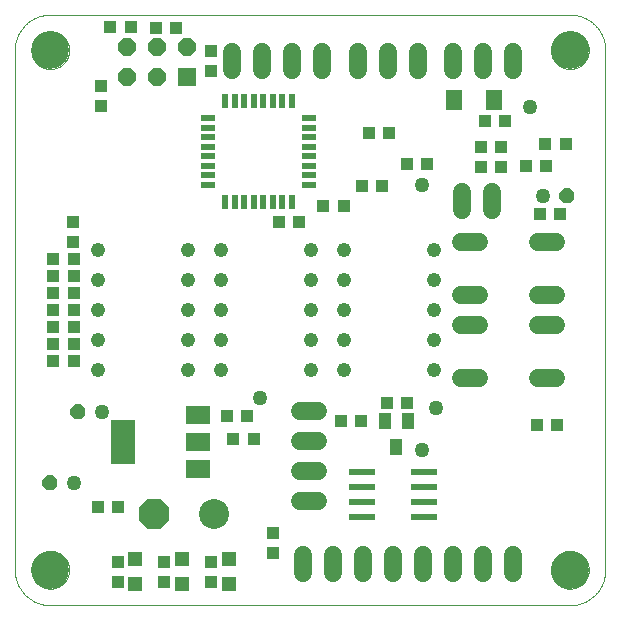
<source format=gts>
G75*
%MOIN*%
%OFA0B0*%
%FSLAX25Y25*%
%IPPOS*%
%LPD*%
%AMOC8*
5,1,8,0,0,1.08239X$1,22.5*
%
%ADD10C,0.00000*%
%ADD11C,0.12598*%
%ADD12R,0.04331X0.03937*%
%ADD13C,0.04800*%
%ADD14R,0.03937X0.04331*%
%ADD15R,0.02200X0.05000*%
%ADD16R,0.05000X0.02200*%
%ADD17R,0.07900X0.05900*%
%ADD18R,0.07900X0.15000*%
%ADD19C,0.06000*%
%ADD20R,0.06000X0.06000*%
%ADD21OC8,0.06000*%
%ADD22OC8,0.05000*%
%ADD23C,0.05000*%
%ADD24R,0.04724X0.04724*%
%ADD25C,0.10000*%
%ADD26OC8,0.10000*%
%ADD27R,0.03937X0.05512*%
%ADD28R,0.08661X0.02362*%
%ADD29R,0.05512X0.07087*%
D10*
X0012796Y0013611D02*
X0012796Y0186839D01*
X0018308Y0186839D02*
X0018310Y0186997D01*
X0018316Y0187155D01*
X0018326Y0187313D01*
X0018340Y0187471D01*
X0018358Y0187628D01*
X0018379Y0187785D01*
X0018405Y0187941D01*
X0018435Y0188097D01*
X0018468Y0188252D01*
X0018506Y0188405D01*
X0018547Y0188558D01*
X0018592Y0188710D01*
X0018641Y0188861D01*
X0018694Y0189010D01*
X0018750Y0189158D01*
X0018810Y0189304D01*
X0018874Y0189449D01*
X0018942Y0189592D01*
X0019013Y0189734D01*
X0019087Y0189874D01*
X0019165Y0190011D01*
X0019247Y0190147D01*
X0019331Y0190281D01*
X0019420Y0190412D01*
X0019511Y0190541D01*
X0019606Y0190668D01*
X0019703Y0190793D01*
X0019804Y0190915D01*
X0019908Y0191034D01*
X0020015Y0191151D01*
X0020125Y0191265D01*
X0020238Y0191376D01*
X0020353Y0191485D01*
X0020471Y0191590D01*
X0020592Y0191692D01*
X0020715Y0191792D01*
X0020841Y0191888D01*
X0020969Y0191981D01*
X0021099Y0192071D01*
X0021232Y0192157D01*
X0021367Y0192241D01*
X0021503Y0192320D01*
X0021642Y0192397D01*
X0021783Y0192469D01*
X0021925Y0192539D01*
X0022069Y0192604D01*
X0022215Y0192666D01*
X0022362Y0192724D01*
X0022511Y0192779D01*
X0022661Y0192830D01*
X0022812Y0192877D01*
X0022964Y0192920D01*
X0023117Y0192959D01*
X0023272Y0192995D01*
X0023427Y0193026D01*
X0023583Y0193054D01*
X0023739Y0193078D01*
X0023896Y0193098D01*
X0024054Y0193114D01*
X0024211Y0193126D01*
X0024370Y0193134D01*
X0024528Y0193138D01*
X0024686Y0193138D01*
X0024844Y0193134D01*
X0025003Y0193126D01*
X0025160Y0193114D01*
X0025318Y0193098D01*
X0025475Y0193078D01*
X0025631Y0193054D01*
X0025787Y0193026D01*
X0025942Y0192995D01*
X0026097Y0192959D01*
X0026250Y0192920D01*
X0026402Y0192877D01*
X0026553Y0192830D01*
X0026703Y0192779D01*
X0026852Y0192724D01*
X0026999Y0192666D01*
X0027145Y0192604D01*
X0027289Y0192539D01*
X0027431Y0192469D01*
X0027572Y0192397D01*
X0027711Y0192320D01*
X0027847Y0192241D01*
X0027982Y0192157D01*
X0028115Y0192071D01*
X0028245Y0191981D01*
X0028373Y0191888D01*
X0028499Y0191792D01*
X0028622Y0191692D01*
X0028743Y0191590D01*
X0028861Y0191485D01*
X0028976Y0191376D01*
X0029089Y0191265D01*
X0029199Y0191151D01*
X0029306Y0191034D01*
X0029410Y0190915D01*
X0029511Y0190793D01*
X0029608Y0190668D01*
X0029703Y0190541D01*
X0029794Y0190412D01*
X0029883Y0190281D01*
X0029967Y0190147D01*
X0030049Y0190011D01*
X0030127Y0189874D01*
X0030201Y0189734D01*
X0030272Y0189592D01*
X0030340Y0189449D01*
X0030404Y0189304D01*
X0030464Y0189158D01*
X0030520Y0189010D01*
X0030573Y0188861D01*
X0030622Y0188710D01*
X0030667Y0188558D01*
X0030708Y0188405D01*
X0030746Y0188252D01*
X0030779Y0188097D01*
X0030809Y0187941D01*
X0030835Y0187785D01*
X0030856Y0187628D01*
X0030874Y0187471D01*
X0030888Y0187313D01*
X0030898Y0187155D01*
X0030904Y0186997D01*
X0030906Y0186839D01*
X0030904Y0186681D01*
X0030898Y0186523D01*
X0030888Y0186365D01*
X0030874Y0186207D01*
X0030856Y0186050D01*
X0030835Y0185893D01*
X0030809Y0185737D01*
X0030779Y0185581D01*
X0030746Y0185426D01*
X0030708Y0185273D01*
X0030667Y0185120D01*
X0030622Y0184968D01*
X0030573Y0184817D01*
X0030520Y0184668D01*
X0030464Y0184520D01*
X0030404Y0184374D01*
X0030340Y0184229D01*
X0030272Y0184086D01*
X0030201Y0183944D01*
X0030127Y0183804D01*
X0030049Y0183667D01*
X0029967Y0183531D01*
X0029883Y0183397D01*
X0029794Y0183266D01*
X0029703Y0183137D01*
X0029608Y0183010D01*
X0029511Y0182885D01*
X0029410Y0182763D01*
X0029306Y0182644D01*
X0029199Y0182527D01*
X0029089Y0182413D01*
X0028976Y0182302D01*
X0028861Y0182193D01*
X0028743Y0182088D01*
X0028622Y0181986D01*
X0028499Y0181886D01*
X0028373Y0181790D01*
X0028245Y0181697D01*
X0028115Y0181607D01*
X0027982Y0181521D01*
X0027847Y0181437D01*
X0027711Y0181358D01*
X0027572Y0181281D01*
X0027431Y0181209D01*
X0027289Y0181139D01*
X0027145Y0181074D01*
X0026999Y0181012D01*
X0026852Y0180954D01*
X0026703Y0180899D01*
X0026553Y0180848D01*
X0026402Y0180801D01*
X0026250Y0180758D01*
X0026097Y0180719D01*
X0025942Y0180683D01*
X0025787Y0180652D01*
X0025631Y0180624D01*
X0025475Y0180600D01*
X0025318Y0180580D01*
X0025160Y0180564D01*
X0025003Y0180552D01*
X0024844Y0180544D01*
X0024686Y0180540D01*
X0024528Y0180540D01*
X0024370Y0180544D01*
X0024211Y0180552D01*
X0024054Y0180564D01*
X0023896Y0180580D01*
X0023739Y0180600D01*
X0023583Y0180624D01*
X0023427Y0180652D01*
X0023272Y0180683D01*
X0023117Y0180719D01*
X0022964Y0180758D01*
X0022812Y0180801D01*
X0022661Y0180848D01*
X0022511Y0180899D01*
X0022362Y0180954D01*
X0022215Y0181012D01*
X0022069Y0181074D01*
X0021925Y0181139D01*
X0021783Y0181209D01*
X0021642Y0181281D01*
X0021503Y0181358D01*
X0021367Y0181437D01*
X0021232Y0181521D01*
X0021099Y0181607D01*
X0020969Y0181697D01*
X0020841Y0181790D01*
X0020715Y0181886D01*
X0020592Y0181986D01*
X0020471Y0182088D01*
X0020353Y0182193D01*
X0020238Y0182302D01*
X0020125Y0182413D01*
X0020015Y0182527D01*
X0019908Y0182644D01*
X0019804Y0182763D01*
X0019703Y0182885D01*
X0019606Y0183010D01*
X0019511Y0183137D01*
X0019420Y0183266D01*
X0019331Y0183397D01*
X0019247Y0183531D01*
X0019165Y0183667D01*
X0019087Y0183804D01*
X0019013Y0183944D01*
X0018942Y0184086D01*
X0018874Y0184229D01*
X0018810Y0184374D01*
X0018750Y0184520D01*
X0018694Y0184668D01*
X0018641Y0184817D01*
X0018592Y0184968D01*
X0018547Y0185120D01*
X0018506Y0185273D01*
X0018468Y0185426D01*
X0018435Y0185581D01*
X0018405Y0185737D01*
X0018379Y0185893D01*
X0018358Y0186050D01*
X0018340Y0186207D01*
X0018326Y0186365D01*
X0018316Y0186523D01*
X0018310Y0186681D01*
X0018308Y0186839D01*
X0012796Y0186839D02*
X0012799Y0187124D01*
X0012810Y0187410D01*
X0012827Y0187695D01*
X0012851Y0187979D01*
X0012882Y0188263D01*
X0012920Y0188546D01*
X0012965Y0188827D01*
X0013016Y0189108D01*
X0013074Y0189388D01*
X0013139Y0189666D01*
X0013211Y0189942D01*
X0013289Y0190216D01*
X0013374Y0190489D01*
X0013466Y0190759D01*
X0013564Y0191027D01*
X0013668Y0191293D01*
X0013779Y0191556D01*
X0013896Y0191816D01*
X0014019Y0192074D01*
X0014149Y0192328D01*
X0014285Y0192579D01*
X0014426Y0192827D01*
X0014574Y0193071D01*
X0014727Y0193312D01*
X0014887Y0193548D01*
X0015052Y0193781D01*
X0015222Y0194010D01*
X0015398Y0194235D01*
X0015580Y0194455D01*
X0015766Y0194671D01*
X0015958Y0194882D01*
X0016155Y0195089D01*
X0016357Y0195291D01*
X0016564Y0195488D01*
X0016775Y0195680D01*
X0016991Y0195866D01*
X0017211Y0196048D01*
X0017436Y0196224D01*
X0017665Y0196394D01*
X0017898Y0196559D01*
X0018134Y0196719D01*
X0018375Y0196872D01*
X0018619Y0197020D01*
X0018867Y0197161D01*
X0019118Y0197297D01*
X0019372Y0197427D01*
X0019630Y0197550D01*
X0019890Y0197667D01*
X0020153Y0197778D01*
X0020419Y0197882D01*
X0020687Y0197980D01*
X0020957Y0198072D01*
X0021230Y0198157D01*
X0021504Y0198235D01*
X0021780Y0198307D01*
X0022058Y0198372D01*
X0022338Y0198430D01*
X0022619Y0198481D01*
X0022900Y0198526D01*
X0023183Y0198564D01*
X0023467Y0198595D01*
X0023751Y0198619D01*
X0024036Y0198636D01*
X0024322Y0198647D01*
X0024607Y0198650D01*
X0197835Y0198650D01*
X0191536Y0186839D02*
X0191538Y0186997D01*
X0191544Y0187155D01*
X0191554Y0187313D01*
X0191568Y0187471D01*
X0191586Y0187628D01*
X0191607Y0187785D01*
X0191633Y0187941D01*
X0191663Y0188097D01*
X0191696Y0188252D01*
X0191734Y0188405D01*
X0191775Y0188558D01*
X0191820Y0188710D01*
X0191869Y0188861D01*
X0191922Y0189010D01*
X0191978Y0189158D01*
X0192038Y0189304D01*
X0192102Y0189449D01*
X0192170Y0189592D01*
X0192241Y0189734D01*
X0192315Y0189874D01*
X0192393Y0190011D01*
X0192475Y0190147D01*
X0192559Y0190281D01*
X0192648Y0190412D01*
X0192739Y0190541D01*
X0192834Y0190668D01*
X0192931Y0190793D01*
X0193032Y0190915D01*
X0193136Y0191034D01*
X0193243Y0191151D01*
X0193353Y0191265D01*
X0193466Y0191376D01*
X0193581Y0191485D01*
X0193699Y0191590D01*
X0193820Y0191692D01*
X0193943Y0191792D01*
X0194069Y0191888D01*
X0194197Y0191981D01*
X0194327Y0192071D01*
X0194460Y0192157D01*
X0194595Y0192241D01*
X0194731Y0192320D01*
X0194870Y0192397D01*
X0195011Y0192469D01*
X0195153Y0192539D01*
X0195297Y0192604D01*
X0195443Y0192666D01*
X0195590Y0192724D01*
X0195739Y0192779D01*
X0195889Y0192830D01*
X0196040Y0192877D01*
X0196192Y0192920D01*
X0196345Y0192959D01*
X0196500Y0192995D01*
X0196655Y0193026D01*
X0196811Y0193054D01*
X0196967Y0193078D01*
X0197124Y0193098D01*
X0197282Y0193114D01*
X0197439Y0193126D01*
X0197598Y0193134D01*
X0197756Y0193138D01*
X0197914Y0193138D01*
X0198072Y0193134D01*
X0198231Y0193126D01*
X0198388Y0193114D01*
X0198546Y0193098D01*
X0198703Y0193078D01*
X0198859Y0193054D01*
X0199015Y0193026D01*
X0199170Y0192995D01*
X0199325Y0192959D01*
X0199478Y0192920D01*
X0199630Y0192877D01*
X0199781Y0192830D01*
X0199931Y0192779D01*
X0200080Y0192724D01*
X0200227Y0192666D01*
X0200373Y0192604D01*
X0200517Y0192539D01*
X0200659Y0192469D01*
X0200800Y0192397D01*
X0200939Y0192320D01*
X0201075Y0192241D01*
X0201210Y0192157D01*
X0201343Y0192071D01*
X0201473Y0191981D01*
X0201601Y0191888D01*
X0201727Y0191792D01*
X0201850Y0191692D01*
X0201971Y0191590D01*
X0202089Y0191485D01*
X0202204Y0191376D01*
X0202317Y0191265D01*
X0202427Y0191151D01*
X0202534Y0191034D01*
X0202638Y0190915D01*
X0202739Y0190793D01*
X0202836Y0190668D01*
X0202931Y0190541D01*
X0203022Y0190412D01*
X0203111Y0190281D01*
X0203195Y0190147D01*
X0203277Y0190011D01*
X0203355Y0189874D01*
X0203429Y0189734D01*
X0203500Y0189592D01*
X0203568Y0189449D01*
X0203632Y0189304D01*
X0203692Y0189158D01*
X0203748Y0189010D01*
X0203801Y0188861D01*
X0203850Y0188710D01*
X0203895Y0188558D01*
X0203936Y0188405D01*
X0203974Y0188252D01*
X0204007Y0188097D01*
X0204037Y0187941D01*
X0204063Y0187785D01*
X0204084Y0187628D01*
X0204102Y0187471D01*
X0204116Y0187313D01*
X0204126Y0187155D01*
X0204132Y0186997D01*
X0204134Y0186839D01*
X0204132Y0186681D01*
X0204126Y0186523D01*
X0204116Y0186365D01*
X0204102Y0186207D01*
X0204084Y0186050D01*
X0204063Y0185893D01*
X0204037Y0185737D01*
X0204007Y0185581D01*
X0203974Y0185426D01*
X0203936Y0185273D01*
X0203895Y0185120D01*
X0203850Y0184968D01*
X0203801Y0184817D01*
X0203748Y0184668D01*
X0203692Y0184520D01*
X0203632Y0184374D01*
X0203568Y0184229D01*
X0203500Y0184086D01*
X0203429Y0183944D01*
X0203355Y0183804D01*
X0203277Y0183667D01*
X0203195Y0183531D01*
X0203111Y0183397D01*
X0203022Y0183266D01*
X0202931Y0183137D01*
X0202836Y0183010D01*
X0202739Y0182885D01*
X0202638Y0182763D01*
X0202534Y0182644D01*
X0202427Y0182527D01*
X0202317Y0182413D01*
X0202204Y0182302D01*
X0202089Y0182193D01*
X0201971Y0182088D01*
X0201850Y0181986D01*
X0201727Y0181886D01*
X0201601Y0181790D01*
X0201473Y0181697D01*
X0201343Y0181607D01*
X0201210Y0181521D01*
X0201075Y0181437D01*
X0200939Y0181358D01*
X0200800Y0181281D01*
X0200659Y0181209D01*
X0200517Y0181139D01*
X0200373Y0181074D01*
X0200227Y0181012D01*
X0200080Y0180954D01*
X0199931Y0180899D01*
X0199781Y0180848D01*
X0199630Y0180801D01*
X0199478Y0180758D01*
X0199325Y0180719D01*
X0199170Y0180683D01*
X0199015Y0180652D01*
X0198859Y0180624D01*
X0198703Y0180600D01*
X0198546Y0180580D01*
X0198388Y0180564D01*
X0198231Y0180552D01*
X0198072Y0180544D01*
X0197914Y0180540D01*
X0197756Y0180540D01*
X0197598Y0180544D01*
X0197439Y0180552D01*
X0197282Y0180564D01*
X0197124Y0180580D01*
X0196967Y0180600D01*
X0196811Y0180624D01*
X0196655Y0180652D01*
X0196500Y0180683D01*
X0196345Y0180719D01*
X0196192Y0180758D01*
X0196040Y0180801D01*
X0195889Y0180848D01*
X0195739Y0180899D01*
X0195590Y0180954D01*
X0195443Y0181012D01*
X0195297Y0181074D01*
X0195153Y0181139D01*
X0195011Y0181209D01*
X0194870Y0181281D01*
X0194731Y0181358D01*
X0194595Y0181437D01*
X0194460Y0181521D01*
X0194327Y0181607D01*
X0194197Y0181697D01*
X0194069Y0181790D01*
X0193943Y0181886D01*
X0193820Y0181986D01*
X0193699Y0182088D01*
X0193581Y0182193D01*
X0193466Y0182302D01*
X0193353Y0182413D01*
X0193243Y0182527D01*
X0193136Y0182644D01*
X0193032Y0182763D01*
X0192931Y0182885D01*
X0192834Y0183010D01*
X0192739Y0183137D01*
X0192648Y0183266D01*
X0192559Y0183397D01*
X0192475Y0183531D01*
X0192393Y0183667D01*
X0192315Y0183804D01*
X0192241Y0183944D01*
X0192170Y0184086D01*
X0192102Y0184229D01*
X0192038Y0184374D01*
X0191978Y0184520D01*
X0191922Y0184668D01*
X0191869Y0184817D01*
X0191820Y0184968D01*
X0191775Y0185120D01*
X0191734Y0185273D01*
X0191696Y0185426D01*
X0191663Y0185581D01*
X0191633Y0185737D01*
X0191607Y0185893D01*
X0191586Y0186050D01*
X0191568Y0186207D01*
X0191554Y0186365D01*
X0191544Y0186523D01*
X0191538Y0186681D01*
X0191536Y0186839D01*
X0197835Y0198650D02*
X0198120Y0198647D01*
X0198406Y0198636D01*
X0198691Y0198619D01*
X0198975Y0198595D01*
X0199259Y0198564D01*
X0199542Y0198526D01*
X0199823Y0198481D01*
X0200104Y0198430D01*
X0200384Y0198372D01*
X0200662Y0198307D01*
X0200938Y0198235D01*
X0201212Y0198157D01*
X0201485Y0198072D01*
X0201755Y0197980D01*
X0202023Y0197882D01*
X0202289Y0197778D01*
X0202552Y0197667D01*
X0202812Y0197550D01*
X0203070Y0197427D01*
X0203324Y0197297D01*
X0203575Y0197161D01*
X0203823Y0197020D01*
X0204067Y0196872D01*
X0204308Y0196719D01*
X0204544Y0196559D01*
X0204777Y0196394D01*
X0205006Y0196224D01*
X0205231Y0196048D01*
X0205451Y0195866D01*
X0205667Y0195680D01*
X0205878Y0195488D01*
X0206085Y0195291D01*
X0206287Y0195089D01*
X0206484Y0194882D01*
X0206676Y0194671D01*
X0206862Y0194455D01*
X0207044Y0194235D01*
X0207220Y0194010D01*
X0207390Y0193781D01*
X0207555Y0193548D01*
X0207715Y0193312D01*
X0207868Y0193071D01*
X0208016Y0192827D01*
X0208157Y0192579D01*
X0208293Y0192328D01*
X0208423Y0192074D01*
X0208546Y0191816D01*
X0208663Y0191556D01*
X0208774Y0191293D01*
X0208878Y0191027D01*
X0208976Y0190759D01*
X0209068Y0190489D01*
X0209153Y0190216D01*
X0209231Y0189942D01*
X0209303Y0189666D01*
X0209368Y0189388D01*
X0209426Y0189108D01*
X0209477Y0188827D01*
X0209522Y0188546D01*
X0209560Y0188263D01*
X0209591Y0187979D01*
X0209615Y0187695D01*
X0209632Y0187410D01*
X0209643Y0187124D01*
X0209646Y0186839D01*
X0209646Y0013611D01*
X0191536Y0013611D02*
X0191538Y0013769D01*
X0191544Y0013927D01*
X0191554Y0014085D01*
X0191568Y0014243D01*
X0191586Y0014400D01*
X0191607Y0014557D01*
X0191633Y0014713D01*
X0191663Y0014869D01*
X0191696Y0015024D01*
X0191734Y0015177D01*
X0191775Y0015330D01*
X0191820Y0015482D01*
X0191869Y0015633D01*
X0191922Y0015782D01*
X0191978Y0015930D01*
X0192038Y0016076D01*
X0192102Y0016221D01*
X0192170Y0016364D01*
X0192241Y0016506D01*
X0192315Y0016646D01*
X0192393Y0016783D01*
X0192475Y0016919D01*
X0192559Y0017053D01*
X0192648Y0017184D01*
X0192739Y0017313D01*
X0192834Y0017440D01*
X0192931Y0017565D01*
X0193032Y0017687D01*
X0193136Y0017806D01*
X0193243Y0017923D01*
X0193353Y0018037D01*
X0193466Y0018148D01*
X0193581Y0018257D01*
X0193699Y0018362D01*
X0193820Y0018464D01*
X0193943Y0018564D01*
X0194069Y0018660D01*
X0194197Y0018753D01*
X0194327Y0018843D01*
X0194460Y0018929D01*
X0194595Y0019013D01*
X0194731Y0019092D01*
X0194870Y0019169D01*
X0195011Y0019241D01*
X0195153Y0019311D01*
X0195297Y0019376D01*
X0195443Y0019438D01*
X0195590Y0019496D01*
X0195739Y0019551D01*
X0195889Y0019602D01*
X0196040Y0019649D01*
X0196192Y0019692D01*
X0196345Y0019731D01*
X0196500Y0019767D01*
X0196655Y0019798D01*
X0196811Y0019826D01*
X0196967Y0019850D01*
X0197124Y0019870D01*
X0197282Y0019886D01*
X0197439Y0019898D01*
X0197598Y0019906D01*
X0197756Y0019910D01*
X0197914Y0019910D01*
X0198072Y0019906D01*
X0198231Y0019898D01*
X0198388Y0019886D01*
X0198546Y0019870D01*
X0198703Y0019850D01*
X0198859Y0019826D01*
X0199015Y0019798D01*
X0199170Y0019767D01*
X0199325Y0019731D01*
X0199478Y0019692D01*
X0199630Y0019649D01*
X0199781Y0019602D01*
X0199931Y0019551D01*
X0200080Y0019496D01*
X0200227Y0019438D01*
X0200373Y0019376D01*
X0200517Y0019311D01*
X0200659Y0019241D01*
X0200800Y0019169D01*
X0200939Y0019092D01*
X0201075Y0019013D01*
X0201210Y0018929D01*
X0201343Y0018843D01*
X0201473Y0018753D01*
X0201601Y0018660D01*
X0201727Y0018564D01*
X0201850Y0018464D01*
X0201971Y0018362D01*
X0202089Y0018257D01*
X0202204Y0018148D01*
X0202317Y0018037D01*
X0202427Y0017923D01*
X0202534Y0017806D01*
X0202638Y0017687D01*
X0202739Y0017565D01*
X0202836Y0017440D01*
X0202931Y0017313D01*
X0203022Y0017184D01*
X0203111Y0017053D01*
X0203195Y0016919D01*
X0203277Y0016783D01*
X0203355Y0016646D01*
X0203429Y0016506D01*
X0203500Y0016364D01*
X0203568Y0016221D01*
X0203632Y0016076D01*
X0203692Y0015930D01*
X0203748Y0015782D01*
X0203801Y0015633D01*
X0203850Y0015482D01*
X0203895Y0015330D01*
X0203936Y0015177D01*
X0203974Y0015024D01*
X0204007Y0014869D01*
X0204037Y0014713D01*
X0204063Y0014557D01*
X0204084Y0014400D01*
X0204102Y0014243D01*
X0204116Y0014085D01*
X0204126Y0013927D01*
X0204132Y0013769D01*
X0204134Y0013611D01*
X0204132Y0013453D01*
X0204126Y0013295D01*
X0204116Y0013137D01*
X0204102Y0012979D01*
X0204084Y0012822D01*
X0204063Y0012665D01*
X0204037Y0012509D01*
X0204007Y0012353D01*
X0203974Y0012198D01*
X0203936Y0012045D01*
X0203895Y0011892D01*
X0203850Y0011740D01*
X0203801Y0011589D01*
X0203748Y0011440D01*
X0203692Y0011292D01*
X0203632Y0011146D01*
X0203568Y0011001D01*
X0203500Y0010858D01*
X0203429Y0010716D01*
X0203355Y0010576D01*
X0203277Y0010439D01*
X0203195Y0010303D01*
X0203111Y0010169D01*
X0203022Y0010038D01*
X0202931Y0009909D01*
X0202836Y0009782D01*
X0202739Y0009657D01*
X0202638Y0009535D01*
X0202534Y0009416D01*
X0202427Y0009299D01*
X0202317Y0009185D01*
X0202204Y0009074D01*
X0202089Y0008965D01*
X0201971Y0008860D01*
X0201850Y0008758D01*
X0201727Y0008658D01*
X0201601Y0008562D01*
X0201473Y0008469D01*
X0201343Y0008379D01*
X0201210Y0008293D01*
X0201075Y0008209D01*
X0200939Y0008130D01*
X0200800Y0008053D01*
X0200659Y0007981D01*
X0200517Y0007911D01*
X0200373Y0007846D01*
X0200227Y0007784D01*
X0200080Y0007726D01*
X0199931Y0007671D01*
X0199781Y0007620D01*
X0199630Y0007573D01*
X0199478Y0007530D01*
X0199325Y0007491D01*
X0199170Y0007455D01*
X0199015Y0007424D01*
X0198859Y0007396D01*
X0198703Y0007372D01*
X0198546Y0007352D01*
X0198388Y0007336D01*
X0198231Y0007324D01*
X0198072Y0007316D01*
X0197914Y0007312D01*
X0197756Y0007312D01*
X0197598Y0007316D01*
X0197439Y0007324D01*
X0197282Y0007336D01*
X0197124Y0007352D01*
X0196967Y0007372D01*
X0196811Y0007396D01*
X0196655Y0007424D01*
X0196500Y0007455D01*
X0196345Y0007491D01*
X0196192Y0007530D01*
X0196040Y0007573D01*
X0195889Y0007620D01*
X0195739Y0007671D01*
X0195590Y0007726D01*
X0195443Y0007784D01*
X0195297Y0007846D01*
X0195153Y0007911D01*
X0195011Y0007981D01*
X0194870Y0008053D01*
X0194731Y0008130D01*
X0194595Y0008209D01*
X0194460Y0008293D01*
X0194327Y0008379D01*
X0194197Y0008469D01*
X0194069Y0008562D01*
X0193943Y0008658D01*
X0193820Y0008758D01*
X0193699Y0008860D01*
X0193581Y0008965D01*
X0193466Y0009074D01*
X0193353Y0009185D01*
X0193243Y0009299D01*
X0193136Y0009416D01*
X0193032Y0009535D01*
X0192931Y0009657D01*
X0192834Y0009782D01*
X0192739Y0009909D01*
X0192648Y0010038D01*
X0192559Y0010169D01*
X0192475Y0010303D01*
X0192393Y0010439D01*
X0192315Y0010576D01*
X0192241Y0010716D01*
X0192170Y0010858D01*
X0192102Y0011001D01*
X0192038Y0011146D01*
X0191978Y0011292D01*
X0191922Y0011440D01*
X0191869Y0011589D01*
X0191820Y0011740D01*
X0191775Y0011892D01*
X0191734Y0012045D01*
X0191696Y0012198D01*
X0191663Y0012353D01*
X0191633Y0012509D01*
X0191607Y0012665D01*
X0191586Y0012822D01*
X0191568Y0012979D01*
X0191554Y0013137D01*
X0191544Y0013295D01*
X0191538Y0013453D01*
X0191536Y0013611D01*
X0197835Y0001800D02*
X0198120Y0001803D01*
X0198406Y0001814D01*
X0198691Y0001831D01*
X0198975Y0001855D01*
X0199259Y0001886D01*
X0199542Y0001924D01*
X0199823Y0001969D01*
X0200104Y0002020D01*
X0200384Y0002078D01*
X0200662Y0002143D01*
X0200938Y0002215D01*
X0201212Y0002293D01*
X0201485Y0002378D01*
X0201755Y0002470D01*
X0202023Y0002568D01*
X0202289Y0002672D01*
X0202552Y0002783D01*
X0202812Y0002900D01*
X0203070Y0003023D01*
X0203324Y0003153D01*
X0203575Y0003289D01*
X0203823Y0003430D01*
X0204067Y0003578D01*
X0204308Y0003731D01*
X0204544Y0003891D01*
X0204777Y0004056D01*
X0205006Y0004226D01*
X0205231Y0004402D01*
X0205451Y0004584D01*
X0205667Y0004770D01*
X0205878Y0004962D01*
X0206085Y0005159D01*
X0206287Y0005361D01*
X0206484Y0005568D01*
X0206676Y0005779D01*
X0206862Y0005995D01*
X0207044Y0006215D01*
X0207220Y0006440D01*
X0207390Y0006669D01*
X0207555Y0006902D01*
X0207715Y0007138D01*
X0207868Y0007379D01*
X0208016Y0007623D01*
X0208157Y0007871D01*
X0208293Y0008122D01*
X0208423Y0008376D01*
X0208546Y0008634D01*
X0208663Y0008894D01*
X0208774Y0009157D01*
X0208878Y0009423D01*
X0208976Y0009691D01*
X0209068Y0009961D01*
X0209153Y0010234D01*
X0209231Y0010508D01*
X0209303Y0010784D01*
X0209368Y0011062D01*
X0209426Y0011342D01*
X0209477Y0011623D01*
X0209522Y0011904D01*
X0209560Y0012187D01*
X0209591Y0012471D01*
X0209615Y0012755D01*
X0209632Y0013040D01*
X0209643Y0013326D01*
X0209646Y0013611D01*
X0197835Y0001800D02*
X0024607Y0001800D01*
X0018308Y0013611D02*
X0018310Y0013769D01*
X0018316Y0013927D01*
X0018326Y0014085D01*
X0018340Y0014243D01*
X0018358Y0014400D01*
X0018379Y0014557D01*
X0018405Y0014713D01*
X0018435Y0014869D01*
X0018468Y0015024D01*
X0018506Y0015177D01*
X0018547Y0015330D01*
X0018592Y0015482D01*
X0018641Y0015633D01*
X0018694Y0015782D01*
X0018750Y0015930D01*
X0018810Y0016076D01*
X0018874Y0016221D01*
X0018942Y0016364D01*
X0019013Y0016506D01*
X0019087Y0016646D01*
X0019165Y0016783D01*
X0019247Y0016919D01*
X0019331Y0017053D01*
X0019420Y0017184D01*
X0019511Y0017313D01*
X0019606Y0017440D01*
X0019703Y0017565D01*
X0019804Y0017687D01*
X0019908Y0017806D01*
X0020015Y0017923D01*
X0020125Y0018037D01*
X0020238Y0018148D01*
X0020353Y0018257D01*
X0020471Y0018362D01*
X0020592Y0018464D01*
X0020715Y0018564D01*
X0020841Y0018660D01*
X0020969Y0018753D01*
X0021099Y0018843D01*
X0021232Y0018929D01*
X0021367Y0019013D01*
X0021503Y0019092D01*
X0021642Y0019169D01*
X0021783Y0019241D01*
X0021925Y0019311D01*
X0022069Y0019376D01*
X0022215Y0019438D01*
X0022362Y0019496D01*
X0022511Y0019551D01*
X0022661Y0019602D01*
X0022812Y0019649D01*
X0022964Y0019692D01*
X0023117Y0019731D01*
X0023272Y0019767D01*
X0023427Y0019798D01*
X0023583Y0019826D01*
X0023739Y0019850D01*
X0023896Y0019870D01*
X0024054Y0019886D01*
X0024211Y0019898D01*
X0024370Y0019906D01*
X0024528Y0019910D01*
X0024686Y0019910D01*
X0024844Y0019906D01*
X0025003Y0019898D01*
X0025160Y0019886D01*
X0025318Y0019870D01*
X0025475Y0019850D01*
X0025631Y0019826D01*
X0025787Y0019798D01*
X0025942Y0019767D01*
X0026097Y0019731D01*
X0026250Y0019692D01*
X0026402Y0019649D01*
X0026553Y0019602D01*
X0026703Y0019551D01*
X0026852Y0019496D01*
X0026999Y0019438D01*
X0027145Y0019376D01*
X0027289Y0019311D01*
X0027431Y0019241D01*
X0027572Y0019169D01*
X0027711Y0019092D01*
X0027847Y0019013D01*
X0027982Y0018929D01*
X0028115Y0018843D01*
X0028245Y0018753D01*
X0028373Y0018660D01*
X0028499Y0018564D01*
X0028622Y0018464D01*
X0028743Y0018362D01*
X0028861Y0018257D01*
X0028976Y0018148D01*
X0029089Y0018037D01*
X0029199Y0017923D01*
X0029306Y0017806D01*
X0029410Y0017687D01*
X0029511Y0017565D01*
X0029608Y0017440D01*
X0029703Y0017313D01*
X0029794Y0017184D01*
X0029883Y0017053D01*
X0029967Y0016919D01*
X0030049Y0016783D01*
X0030127Y0016646D01*
X0030201Y0016506D01*
X0030272Y0016364D01*
X0030340Y0016221D01*
X0030404Y0016076D01*
X0030464Y0015930D01*
X0030520Y0015782D01*
X0030573Y0015633D01*
X0030622Y0015482D01*
X0030667Y0015330D01*
X0030708Y0015177D01*
X0030746Y0015024D01*
X0030779Y0014869D01*
X0030809Y0014713D01*
X0030835Y0014557D01*
X0030856Y0014400D01*
X0030874Y0014243D01*
X0030888Y0014085D01*
X0030898Y0013927D01*
X0030904Y0013769D01*
X0030906Y0013611D01*
X0030904Y0013453D01*
X0030898Y0013295D01*
X0030888Y0013137D01*
X0030874Y0012979D01*
X0030856Y0012822D01*
X0030835Y0012665D01*
X0030809Y0012509D01*
X0030779Y0012353D01*
X0030746Y0012198D01*
X0030708Y0012045D01*
X0030667Y0011892D01*
X0030622Y0011740D01*
X0030573Y0011589D01*
X0030520Y0011440D01*
X0030464Y0011292D01*
X0030404Y0011146D01*
X0030340Y0011001D01*
X0030272Y0010858D01*
X0030201Y0010716D01*
X0030127Y0010576D01*
X0030049Y0010439D01*
X0029967Y0010303D01*
X0029883Y0010169D01*
X0029794Y0010038D01*
X0029703Y0009909D01*
X0029608Y0009782D01*
X0029511Y0009657D01*
X0029410Y0009535D01*
X0029306Y0009416D01*
X0029199Y0009299D01*
X0029089Y0009185D01*
X0028976Y0009074D01*
X0028861Y0008965D01*
X0028743Y0008860D01*
X0028622Y0008758D01*
X0028499Y0008658D01*
X0028373Y0008562D01*
X0028245Y0008469D01*
X0028115Y0008379D01*
X0027982Y0008293D01*
X0027847Y0008209D01*
X0027711Y0008130D01*
X0027572Y0008053D01*
X0027431Y0007981D01*
X0027289Y0007911D01*
X0027145Y0007846D01*
X0026999Y0007784D01*
X0026852Y0007726D01*
X0026703Y0007671D01*
X0026553Y0007620D01*
X0026402Y0007573D01*
X0026250Y0007530D01*
X0026097Y0007491D01*
X0025942Y0007455D01*
X0025787Y0007424D01*
X0025631Y0007396D01*
X0025475Y0007372D01*
X0025318Y0007352D01*
X0025160Y0007336D01*
X0025003Y0007324D01*
X0024844Y0007316D01*
X0024686Y0007312D01*
X0024528Y0007312D01*
X0024370Y0007316D01*
X0024211Y0007324D01*
X0024054Y0007336D01*
X0023896Y0007352D01*
X0023739Y0007372D01*
X0023583Y0007396D01*
X0023427Y0007424D01*
X0023272Y0007455D01*
X0023117Y0007491D01*
X0022964Y0007530D01*
X0022812Y0007573D01*
X0022661Y0007620D01*
X0022511Y0007671D01*
X0022362Y0007726D01*
X0022215Y0007784D01*
X0022069Y0007846D01*
X0021925Y0007911D01*
X0021783Y0007981D01*
X0021642Y0008053D01*
X0021503Y0008130D01*
X0021367Y0008209D01*
X0021232Y0008293D01*
X0021099Y0008379D01*
X0020969Y0008469D01*
X0020841Y0008562D01*
X0020715Y0008658D01*
X0020592Y0008758D01*
X0020471Y0008860D01*
X0020353Y0008965D01*
X0020238Y0009074D01*
X0020125Y0009185D01*
X0020015Y0009299D01*
X0019908Y0009416D01*
X0019804Y0009535D01*
X0019703Y0009657D01*
X0019606Y0009782D01*
X0019511Y0009909D01*
X0019420Y0010038D01*
X0019331Y0010169D01*
X0019247Y0010303D01*
X0019165Y0010439D01*
X0019087Y0010576D01*
X0019013Y0010716D01*
X0018942Y0010858D01*
X0018874Y0011001D01*
X0018810Y0011146D01*
X0018750Y0011292D01*
X0018694Y0011440D01*
X0018641Y0011589D01*
X0018592Y0011740D01*
X0018547Y0011892D01*
X0018506Y0012045D01*
X0018468Y0012198D01*
X0018435Y0012353D01*
X0018405Y0012509D01*
X0018379Y0012665D01*
X0018358Y0012822D01*
X0018340Y0012979D01*
X0018326Y0013137D01*
X0018316Y0013295D01*
X0018310Y0013453D01*
X0018308Y0013611D01*
X0012796Y0013611D02*
X0012799Y0013326D01*
X0012810Y0013040D01*
X0012827Y0012755D01*
X0012851Y0012471D01*
X0012882Y0012187D01*
X0012920Y0011904D01*
X0012965Y0011623D01*
X0013016Y0011342D01*
X0013074Y0011062D01*
X0013139Y0010784D01*
X0013211Y0010508D01*
X0013289Y0010234D01*
X0013374Y0009961D01*
X0013466Y0009691D01*
X0013564Y0009423D01*
X0013668Y0009157D01*
X0013779Y0008894D01*
X0013896Y0008634D01*
X0014019Y0008376D01*
X0014149Y0008122D01*
X0014285Y0007871D01*
X0014426Y0007623D01*
X0014574Y0007379D01*
X0014727Y0007138D01*
X0014887Y0006902D01*
X0015052Y0006669D01*
X0015222Y0006440D01*
X0015398Y0006215D01*
X0015580Y0005995D01*
X0015766Y0005779D01*
X0015958Y0005568D01*
X0016155Y0005361D01*
X0016357Y0005159D01*
X0016564Y0004962D01*
X0016775Y0004770D01*
X0016991Y0004584D01*
X0017211Y0004402D01*
X0017436Y0004226D01*
X0017665Y0004056D01*
X0017898Y0003891D01*
X0018134Y0003731D01*
X0018375Y0003578D01*
X0018619Y0003430D01*
X0018867Y0003289D01*
X0019118Y0003153D01*
X0019372Y0003023D01*
X0019630Y0002900D01*
X0019890Y0002783D01*
X0020153Y0002672D01*
X0020419Y0002568D01*
X0020687Y0002470D01*
X0020957Y0002378D01*
X0021230Y0002293D01*
X0021504Y0002215D01*
X0021780Y0002143D01*
X0022058Y0002078D01*
X0022338Y0002020D01*
X0022619Y0001969D01*
X0022900Y0001924D01*
X0023183Y0001886D01*
X0023467Y0001855D01*
X0023751Y0001831D01*
X0024036Y0001814D01*
X0024322Y0001803D01*
X0024607Y0001800D01*
D11*
X0024607Y0013611D03*
X0197835Y0013611D03*
X0197835Y0186839D03*
X0024607Y0186839D03*
D12*
X0041671Y0175034D03*
X0041671Y0168341D03*
X0044699Y0194612D03*
X0051392Y0194612D03*
X0078121Y0186496D03*
X0078121Y0179804D03*
X0115699Y0134850D03*
X0122392Y0134850D03*
X0143574Y0149013D03*
X0150267Y0149013D03*
X0090180Y0064762D03*
X0083487Y0064762D03*
X0085699Y0057162D03*
X0092392Y0057162D03*
X0098758Y0025784D03*
X0098758Y0019091D03*
X0078283Y0016359D03*
X0078283Y0009666D03*
X0062683Y0009666D03*
X0062683Y0016359D03*
X0047083Y0016359D03*
X0047083Y0009666D03*
X0047267Y0034488D03*
X0040574Y0034488D03*
X0032071Y0122729D03*
X0032071Y0129421D03*
X0186737Y0061925D03*
X0193430Y0061925D03*
D13*
X0152481Y0080225D03*
X0152481Y0090225D03*
X0152481Y0100225D03*
X0152481Y0110225D03*
X0152481Y0120225D03*
X0122481Y0120225D03*
X0122481Y0110225D03*
X0122481Y0100225D03*
X0122481Y0090225D03*
X0122481Y0080225D03*
X0111536Y0080225D03*
X0111536Y0090225D03*
X0111536Y0100225D03*
X0111536Y0110225D03*
X0111536Y0120225D03*
X0081536Y0120225D03*
X0081536Y0110225D03*
X0081536Y0100225D03*
X0081536Y0090225D03*
X0081536Y0080225D03*
X0070591Y0080225D03*
X0070591Y0090225D03*
X0070591Y0100225D03*
X0070591Y0110225D03*
X0070591Y0120225D03*
X0040591Y0120225D03*
X0040591Y0110225D03*
X0040591Y0100225D03*
X0040591Y0090225D03*
X0040591Y0080225D03*
D14*
X0032392Y0083213D03*
X0032392Y0088900D03*
X0032392Y0094587D03*
X0032392Y0100275D03*
X0032392Y0105962D03*
X0032392Y0111650D03*
X0032392Y0117337D03*
X0025699Y0117337D03*
X0025699Y0111650D03*
X0025699Y0105962D03*
X0025699Y0100275D03*
X0025699Y0094587D03*
X0025699Y0088900D03*
X0025699Y0083213D03*
X0100949Y0129587D03*
X0107642Y0129587D03*
X0128562Y0141388D03*
X0135255Y0141388D03*
X0137467Y0159125D03*
X0130774Y0159125D03*
X0168149Y0154413D03*
X0168149Y0147725D03*
X0174842Y0147725D03*
X0174842Y0154413D03*
X0176142Y0163050D03*
X0169449Y0163050D03*
X0183199Y0148050D03*
X0189892Y0148050D03*
X0189687Y0155400D03*
X0196380Y0155400D03*
X0194630Y0132150D03*
X0187937Y0132150D03*
X0143405Y0069238D03*
X0136712Y0069238D03*
X0128080Y0063087D03*
X0121387Y0063087D03*
X0066517Y0194362D03*
X0059824Y0194362D03*
D15*
X0083022Y0169950D03*
X0086172Y0169950D03*
X0089321Y0169950D03*
X0092471Y0169950D03*
X0095621Y0169950D03*
X0098770Y0169950D03*
X0101920Y0169950D03*
X0105069Y0169950D03*
X0105069Y0136150D03*
X0101920Y0136150D03*
X0098770Y0136150D03*
X0095621Y0136150D03*
X0092471Y0136150D03*
X0089321Y0136150D03*
X0086172Y0136150D03*
X0083022Y0136150D03*
D16*
X0077146Y0142026D03*
X0077146Y0145176D03*
X0077146Y0148326D03*
X0077146Y0151475D03*
X0077146Y0154625D03*
X0077146Y0157774D03*
X0077146Y0160924D03*
X0077146Y0164074D03*
X0110946Y0164074D03*
X0110946Y0160924D03*
X0110946Y0157774D03*
X0110946Y0154625D03*
X0110946Y0151475D03*
X0110946Y0148326D03*
X0110946Y0145176D03*
X0110946Y0142026D03*
D17*
X0073783Y0065175D03*
X0073783Y0056175D03*
X0073783Y0047175D03*
D18*
X0048983Y0056075D03*
D19*
X0107746Y0056400D02*
X0113746Y0056400D01*
X0113746Y0046400D02*
X0107746Y0046400D01*
X0107746Y0036400D02*
X0113746Y0036400D01*
X0108833Y0018613D02*
X0108833Y0012612D01*
X0118833Y0012612D02*
X0118833Y0018613D01*
X0128833Y0018613D02*
X0128833Y0012612D01*
X0138833Y0012612D02*
X0138833Y0018613D01*
X0148833Y0018613D02*
X0148833Y0012612D01*
X0158833Y0012612D02*
X0158833Y0018613D01*
X0168833Y0018613D02*
X0168833Y0012612D01*
X0178833Y0012612D02*
X0178833Y0018613D01*
X0187045Y0077546D02*
X0193045Y0077546D01*
X0193045Y0095346D02*
X0187045Y0095346D01*
X0187045Y0105105D02*
X0193045Y0105105D01*
X0193045Y0122905D02*
X0187045Y0122905D01*
X0171846Y0133513D02*
X0171846Y0139513D01*
X0161846Y0139513D02*
X0161846Y0133513D01*
X0161445Y0122905D02*
X0167445Y0122905D01*
X0167445Y0105105D02*
X0161445Y0105105D01*
X0161445Y0095346D02*
X0167445Y0095346D01*
X0167445Y0077546D02*
X0161445Y0077546D01*
X0113746Y0066400D02*
X0107746Y0066400D01*
X0105221Y0180312D02*
X0105221Y0186312D01*
X0115221Y0186312D02*
X0115221Y0180312D01*
X0127096Y0180312D02*
X0127096Y0186312D01*
X0137096Y0186312D02*
X0137096Y0180312D01*
X0147096Y0180312D02*
X0147096Y0186312D01*
X0158946Y0186312D02*
X0158946Y0180312D01*
X0168946Y0180312D02*
X0168946Y0186312D01*
X0178946Y0186312D02*
X0178946Y0180312D01*
X0095221Y0180312D02*
X0095221Y0186312D01*
X0085221Y0186312D02*
X0085221Y0180312D01*
D20*
X0070296Y0177887D03*
D21*
X0060296Y0177887D03*
X0050296Y0177887D03*
X0050296Y0187887D03*
X0060296Y0187887D03*
X0070296Y0187887D03*
D22*
X0033983Y0066150D03*
X0024621Y0042425D03*
X0196796Y0138050D03*
D23*
X0188796Y0138050D03*
X0184558Y0167713D03*
X0148646Y0141875D03*
X0094533Y0070863D03*
X0041983Y0066150D03*
X0032621Y0042425D03*
X0148646Y0053475D03*
X0153358Y0067450D03*
D24*
X0084133Y0017146D03*
X0084133Y0008879D03*
X0068533Y0008879D03*
X0068533Y0017146D03*
X0052933Y0017146D03*
X0052933Y0008879D03*
D25*
X0079333Y0032262D03*
D26*
X0059333Y0032262D03*
D27*
X0136256Y0063206D03*
X0143736Y0063206D03*
X0139996Y0054544D03*
D28*
X0149157Y0046125D03*
X0149157Y0041125D03*
X0149157Y0036125D03*
X0149157Y0031125D03*
X0128685Y0031125D03*
X0128685Y0036125D03*
X0128685Y0041125D03*
X0128685Y0046125D03*
D29*
X0159178Y0170313D03*
X0172564Y0170313D03*
M02*

</source>
